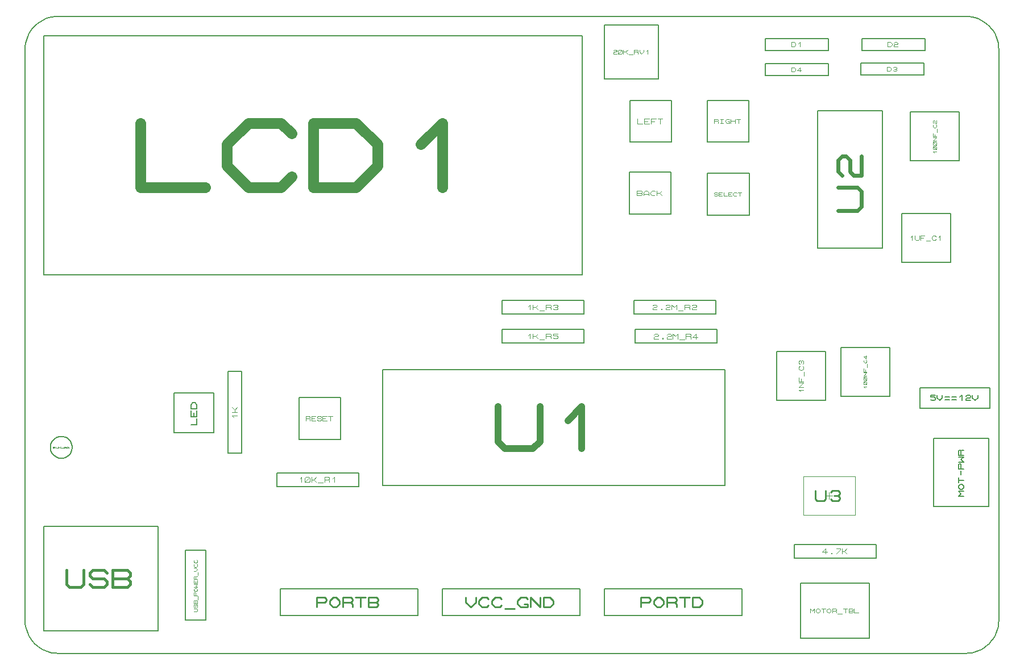
<source format=gbr>
G04 PROTEUS GERBER X2 FILE*
%TF.GenerationSoftware,Labcenter,Proteus,8.5-SP0-Build22067*%
%TF.CreationDate,2019-05-12T17:32:06+00:00*%
%TF.FileFunction,AssemblyDrawing,Top*%
%TF.FilePolarity,Positive*%
%TF.Part,Single*%
%FSLAX45Y45*%
%MOMM*%
G01*
%TA.AperFunction,Profile*%
%ADD20C,0.203200*%
%ADD38C,1.604260*%
%TA.AperFunction,Material*%
%ADD22C,0.203200*%
%ADD39C,1.036320*%
%ADD40C,0.100400*%
%ADD41C,0.121920*%
%ADD42C,0.031440*%
%ADD43C,0.080820*%
%ADD44C,0.579120*%
%ADD45C,0.102030*%
%ADD46C,0.103380*%
%ADD47C,0.088610*%
%ADD48C,0.127540*%
%ADD49C,0.103910*%
%ADD50C,0.124060*%
%ADD23C,0.152400*%
%ADD51C,0.429260*%
%ADD52C,0.106680*%
%ADD53C,0.240790*%
%ADD54C,0.132080*%
%ADD55C,0.050000*%
%ADD56C,0.258330*%
%ADD57C,0.075470*%
%ADD58C,0.147950*%
D20*
X+0Y+500000D02*
X+0Y+9000000D01*
X+14500000Y+500000D02*
X+14500000Y+9000000D01*
X+14000000Y+0D02*
X+500000Y+0D01*
X+14000000Y+9500000D02*
X+500000Y+9500000D01*
X+0Y+9000000D02*
X+2525Y+9051964D01*
X+9949Y+9102234D01*
X+22041Y+9150581D01*
X+38574Y+9196777D01*
X+59318Y+9240593D01*
X+84045Y+9281799D01*
X+112526Y+9320168D01*
X+144531Y+9355469D01*
X+179832Y+9387474D01*
X+218201Y+9415955D01*
X+259407Y+9440681D01*
X+303223Y+9461426D01*
X+349419Y+9477959D01*
X+397766Y+9490051D01*
X+448036Y+9497475D01*
X+500000Y+9500000D01*
X+14500000Y+9000000D02*
X+14497475Y+9051964D01*
X+14490051Y+9102234D01*
X+14477959Y+9150581D01*
X+14461426Y+9196777D01*
X+14440682Y+9240593D01*
X+14415955Y+9281799D01*
X+14387474Y+9320168D01*
X+14355469Y+9355469D01*
X+14320168Y+9387474D01*
X+14281799Y+9415955D01*
X+14240593Y+9440681D01*
X+14196777Y+9461426D01*
X+14150581Y+9477959D01*
X+14102234Y+9490051D01*
X+14051964Y+9497475D01*
X+14000000Y+9500000D01*
X+14500000Y+500000D02*
X+14497475Y+448036D01*
X+14490051Y+397766D01*
X+14477959Y+349419D01*
X+14461426Y+303223D01*
X+14440682Y+259407D01*
X+14415955Y+218201D01*
X+14387474Y+179832D01*
X+14355469Y+144531D01*
X+14320168Y+112526D01*
X+14281799Y+84045D01*
X+14240593Y+59319D01*
X+14196777Y+38574D01*
X+14150581Y+22041D01*
X+14102234Y+9949D01*
X+14051964Y+2525D01*
X+14000000Y+0D01*
X+0Y+500000D02*
X+2525Y+448036D01*
X+9949Y+397766D01*
X+22041Y+349419D01*
X+38574Y+303223D01*
X+59318Y+259407D01*
X+84045Y+218201D01*
X+112526Y+179832D01*
X+144531Y+144531D01*
X+179832Y+112526D01*
X+218201Y+84045D01*
X+259407Y+59319D01*
X+303223Y+38574D01*
X+349419Y+22041D01*
X+397766Y+9949D01*
X+448036Y+2525D01*
X+500000Y+0D01*
X+277060Y+5645880D02*
X+8298380Y+5645880D01*
X+8298380Y+9210040D01*
X+277060Y+9210040D01*
X+277060Y+5645880D01*
D38*
X+1720898Y+7909239D02*
X+1720898Y+6946680D01*
X+2683456Y+6946680D01*
X+3966867Y+7107107D02*
X+3806440Y+6946680D01*
X+3325161Y+6946680D01*
X+3004309Y+7267533D01*
X+3004309Y+7588386D01*
X+3325161Y+7909239D01*
X+3806440Y+7909239D01*
X+3966867Y+7748812D01*
X+4287720Y+6946680D02*
X+4287720Y+7909239D01*
X+4929425Y+7909239D01*
X+5250278Y+7588386D01*
X+5250278Y+7267533D01*
X+4929425Y+6946680D01*
X+4287720Y+6946680D01*
X+5891983Y+7588386D02*
X+6212836Y+7909239D01*
X+6212836Y+6946680D01*
D22*
X+5323840Y+2501900D02*
X+10424160Y+2501900D01*
X+10424160Y+4229100D01*
X+5323840Y+4229100D01*
X+5323840Y+2501900D01*
D39*
X+7044944Y+3676396D02*
X+7044944Y+3158236D01*
X+7148576Y+3054604D01*
X+7563104Y+3054604D01*
X+7666736Y+3158236D01*
X+7666736Y+3676396D01*
X+8081264Y+3469132D02*
X+8288528Y+3676396D01*
X+8288528Y+3054604D01*
D22*
X+8628380Y+8567140D02*
X+9431580Y+8567140D01*
X+9431580Y+9370340D01*
X+8628380Y+9370340D01*
X+8628380Y+8567140D01*
D40*
X+8758900Y+8988820D02*
X+8768940Y+8998860D01*
X+8799060Y+8998860D01*
X+8809100Y+8988820D01*
X+8809100Y+8978780D01*
X+8799060Y+8968740D01*
X+8768940Y+8968740D01*
X+8758900Y+8958700D01*
X+8758900Y+8938620D01*
X+8809100Y+8938620D01*
X+8829180Y+8948660D02*
X+8829180Y+8988820D01*
X+8839220Y+8998860D01*
X+8879380Y+8998860D01*
X+8889420Y+8988820D01*
X+8889420Y+8948660D01*
X+8879380Y+8938620D01*
X+8839220Y+8938620D01*
X+8829180Y+8948660D01*
X+8829180Y+8938620D02*
X+8889420Y+8998860D01*
X+8909500Y+8998860D02*
X+8909500Y+8938620D01*
X+8969740Y+8998860D02*
X+8939620Y+8968740D01*
X+8969740Y+8938620D01*
X+8909500Y+8968740D02*
X+8939620Y+8968740D01*
X+8989820Y+8928580D02*
X+9050060Y+8928580D01*
X+9070140Y+8938620D02*
X+9070140Y+8998860D01*
X+9120340Y+8998860D01*
X+9130380Y+8988820D01*
X+9130380Y+8978780D01*
X+9120340Y+8968740D01*
X+9070140Y+8968740D01*
X+9120340Y+8968740D02*
X+9130380Y+8958700D01*
X+9130380Y+8938620D01*
X+9150460Y+8998860D02*
X+9150460Y+8968740D01*
X+9180580Y+8938620D01*
X+9210700Y+8968740D01*
X+9210700Y+8998860D01*
X+9250860Y+8978780D02*
X+9270940Y+8998860D01*
X+9270940Y+8938620D01*
D22*
X+9067800Y+5059680D02*
X+10287000Y+5059680D01*
X+10287000Y+5262880D01*
X+9067800Y+5262880D01*
X+9067800Y+5059680D01*
D41*
X+9348216Y+5185664D02*
X+9360408Y+5197856D01*
X+9396984Y+5197856D01*
X+9409176Y+5185664D01*
X+9409176Y+5173472D01*
X+9396984Y+5161280D01*
X+9360408Y+5161280D01*
X+9348216Y+5149088D01*
X+9348216Y+5124704D01*
X+9409176Y+5124704D01*
X+9470136Y+5136896D02*
X+9482328Y+5136896D01*
X+9482328Y+5124704D01*
X+9470136Y+5124704D01*
X+9470136Y+5136896D01*
X+9543288Y+5185664D02*
X+9555480Y+5197856D01*
X+9592056Y+5197856D01*
X+9604248Y+5185664D01*
X+9604248Y+5173472D01*
X+9592056Y+5161280D01*
X+9555480Y+5161280D01*
X+9543288Y+5149088D01*
X+9543288Y+5124704D01*
X+9604248Y+5124704D01*
X+9628632Y+5124704D02*
X+9628632Y+5197856D01*
X+9665208Y+5161280D01*
X+9701784Y+5197856D01*
X+9701784Y+5124704D01*
X+9726168Y+5112512D02*
X+9799320Y+5112512D01*
X+9823704Y+5124704D02*
X+9823704Y+5197856D01*
X+9884664Y+5197856D01*
X+9896856Y+5185664D01*
X+9896856Y+5173472D01*
X+9884664Y+5161280D01*
X+9823704Y+5161280D01*
X+9884664Y+5161280D02*
X+9896856Y+5149088D01*
X+9896856Y+5124704D01*
X+9933432Y+5185664D02*
X+9945624Y+5197856D01*
X+9982200Y+5197856D01*
X+9994392Y+5185664D01*
X+9994392Y+5173472D01*
X+9982200Y+5161280D01*
X+9945624Y+5161280D01*
X+9933432Y+5149088D01*
X+9933432Y+5124704D01*
X+9994392Y+5124704D01*
D22*
X+7099300Y+5059680D02*
X+8318500Y+5059680D01*
X+8318500Y+5262880D01*
X+7099300Y+5262880D01*
X+7099300Y+5059680D01*
D41*
X+7489444Y+5173472D02*
X+7513828Y+5197856D01*
X+7513828Y+5124704D01*
X+7562596Y+5197856D02*
X+7562596Y+5124704D01*
X+7635748Y+5197856D02*
X+7599172Y+5161280D01*
X+7635748Y+5124704D01*
X+7562596Y+5161280D02*
X+7599172Y+5161280D01*
X+7660132Y+5112512D02*
X+7733284Y+5112512D01*
X+7757668Y+5124704D02*
X+7757668Y+5197856D01*
X+7818628Y+5197856D01*
X+7830820Y+5185664D01*
X+7830820Y+5173472D01*
X+7818628Y+5161280D01*
X+7757668Y+5161280D01*
X+7818628Y+5161280D02*
X+7830820Y+5149088D01*
X+7830820Y+5124704D01*
X+7867396Y+5185664D02*
X+7879588Y+5197856D01*
X+7916164Y+5197856D01*
X+7928356Y+5185664D01*
X+7928356Y+5173472D01*
X+7916164Y+5161280D01*
X+7928356Y+5149088D01*
X+7928356Y+5136896D01*
X+7916164Y+5124704D01*
X+7879588Y+5124704D01*
X+7867396Y+5136896D01*
X+7891780Y+5161280D02*
X+7916164Y+5161280D01*
D22*
X+701788Y+3071500D02*
X+701245Y+3084781D01*
X+696837Y+3111344D01*
X+687627Y+3137907D01*
X+672628Y+3164470D01*
X+649684Y+3190869D01*
X+623121Y+3210869D01*
X+596558Y+3223773D01*
X+569995Y+3231310D01*
X+543432Y+3234228D01*
X+539000Y+3234288D01*
X+376212Y+3071500D02*
X+376755Y+3084781D01*
X+381163Y+3111344D01*
X+390373Y+3137907D01*
X+405372Y+3164470D01*
X+428316Y+3190869D01*
X+454879Y+3210869D01*
X+481442Y+3223773D01*
X+508005Y+3231310D01*
X+534568Y+3234228D01*
X+539000Y+3234288D01*
X+376212Y+3071500D02*
X+376755Y+3058219D01*
X+381163Y+3031656D01*
X+390373Y+3005093D01*
X+405372Y+2978530D01*
X+428316Y+2952131D01*
X+454879Y+2932131D01*
X+481442Y+2919227D01*
X+508005Y+2911690D01*
X+534568Y+2908772D01*
X+539000Y+2908712D01*
X+701788Y+3071500D02*
X+701245Y+3058219D01*
X+696837Y+3031656D01*
X+687627Y+3005093D01*
X+672628Y+2978530D01*
X+649684Y+2952131D01*
X+623121Y+2932131D01*
X+596558Y+2919227D01*
X+569995Y+2911690D01*
X+543432Y+2908772D01*
X+539000Y+2908712D01*
D42*
X+432087Y+3080934D02*
X+416364Y+3080934D01*
X+416364Y+3074645D01*
X+428942Y+3074645D01*
X+432087Y+3071500D01*
X+432087Y+3065211D01*
X+428942Y+3062067D01*
X+419509Y+3062067D01*
X+416364Y+3065211D01*
X+438376Y+3080934D02*
X+438376Y+3071500D01*
X+447809Y+3062067D01*
X+457243Y+3071500D01*
X+457243Y+3080934D01*
X+463532Y+3058922D02*
X+482399Y+3058922D01*
X+488688Y+3062067D02*
X+488688Y+3080934D01*
X+501266Y+3080934D01*
X+507555Y+3074645D01*
X+507555Y+3068356D01*
X+501266Y+3062067D01*
X+488688Y+3062067D01*
X+532711Y+3065211D02*
X+529566Y+3062067D01*
X+520133Y+3062067D01*
X+513844Y+3068356D01*
X+513844Y+3074645D01*
X+520133Y+3080934D01*
X+529566Y+3080934D01*
X+532711Y+3077789D01*
X+539000Y+3058922D02*
X+557867Y+3058922D01*
X+564156Y+3068356D02*
X+564156Y+3065211D01*
X+567300Y+3062067D01*
X+579878Y+3062067D01*
X+583023Y+3065211D01*
X+583023Y+3080934D01*
X+589312Y+3062067D02*
X+589312Y+3074645D01*
X+595601Y+3080934D01*
X+601890Y+3080934D01*
X+608179Y+3074645D01*
X+608179Y+3062067D01*
X+589312Y+3068356D02*
X+608179Y+3068356D01*
X+633335Y+3065211D02*
X+630190Y+3062067D01*
X+620757Y+3062067D01*
X+614468Y+3068356D01*
X+614468Y+3074645D01*
X+620757Y+3080934D01*
X+630190Y+3080934D01*
X+633335Y+3077789D01*
X+639624Y+3080934D02*
X+639624Y+3062067D01*
X+658491Y+3080934D02*
X+649057Y+3071500D01*
X+658491Y+3062067D01*
X+639624Y+3071500D02*
X+649057Y+3071500D01*
D22*
X+13179567Y+7343307D02*
X+13906993Y+7343307D01*
X+13906993Y+8070733D01*
X+13179567Y+8070733D01*
X+13179567Y+7343307D01*
D43*
X+13535197Y+7464545D02*
X+13519032Y+7480710D01*
X+13567527Y+7480710D01*
X+13559445Y+7513040D02*
X+13527115Y+7513040D01*
X+13519032Y+7521122D01*
X+13519032Y+7553452D01*
X+13527115Y+7561535D01*
X+13559445Y+7561535D01*
X+13567527Y+7553452D01*
X+13567527Y+7521122D01*
X+13559445Y+7513040D01*
X+13567527Y+7513040D02*
X+13519032Y+7561535D01*
X+13559445Y+7577700D02*
X+13527115Y+7577700D01*
X+13519032Y+7585782D01*
X+13519032Y+7618112D01*
X+13527115Y+7626195D01*
X+13559445Y+7626195D01*
X+13567527Y+7618112D01*
X+13567527Y+7585782D01*
X+13559445Y+7577700D01*
X+13567527Y+7577700D02*
X+13519032Y+7626195D01*
X+13567527Y+7642360D02*
X+13519032Y+7642360D01*
X+13567527Y+7690855D01*
X+13519032Y+7690855D01*
X+13567527Y+7707020D02*
X+13519032Y+7707020D01*
X+13519032Y+7755515D01*
X+13543280Y+7707020D02*
X+13543280Y+7739350D01*
X+13575610Y+7771680D02*
X+13575610Y+7820175D01*
X+13559445Y+7884835D02*
X+13567527Y+7876752D01*
X+13567527Y+7852505D01*
X+13551362Y+7836340D01*
X+13535197Y+7836340D01*
X+13519032Y+7852505D01*
X+13519032Y+7876752D01*
X+13527115Y+7884835D01*
X+13527115Y+7909082D02*
X+13519032Y+7917165D01*
X+13519032Y+7941412D01*
X+13527115Y+7949495D01*
X+13535197Y+7949495D01*
X+13543280Y+7941412D01*
X+13543280Y+7917165D01*
X+13551362Y+7909082D01*
X+13567527Y+7909082D01*
X+13567527Y+7949495D01*
D22*
X+11798300Y+6040120D02*
X+12763500Y+6040120D01*
X+12763500Y+8092440D01*
X+11798300Y+8092440D01*
X+11798300Y+6040120D01*
D44*
X+12107164Y+6602984D02*
X+12396724Y+6602984D01*
X+12454636Y+6660896D01*
X+12454636Y+6892544D01*
X+12396724Y+6950456D01*
X+12107164Y+6950456D01*
X+12165076Y+7124192D02*
X+12107164Y+7182104D01*
X+12107164Y+7355840D01*
X+12165076Y+7413752D01*
X+12222988Y+7413752D01*
X+12280900Y+7355840D01*
X+12280900Y+7182104D01*
X+12338812Y+7124192D01*
X+12454636Y+7124192D01*
X+12454636Y+7413752D01*
D22*
X+3751580Y+2489200D02*
X+4970780Y+2489200D01*
X+4970780Y+2692400D01*
X+3751580Y+2692400D01*
X+3751580Y+2489200D01*
D41*
X+4092956Y+2602992D02*
X+4117340Y+2627376D01*
X+4117340Y+2554224D01*
X+4166108Y+2566416D02*
X+4166108Y+2615184D01*
X+4178300Y+2627376D01*
X+4227068Y+2627376D01*
X+4239260Y+2615184D01*
X+4239260Y+2566416D01*
X+4227068Y+2554224D01*
X+4178300Y+2554224D01*
X+4166108Y+2566416D01*
X+4166108Y+2554224D02*
X+4239260Y+2627376D01*
X+4263644Y+2627376D02*
X+4263644Y+2554224D01*
X+4336796Y+2627376D02*
X+4300220Y+2590800D01*
X+4336796Y+2554224D01*
X+4263644Y+2590800D02*
X+4300220Y+2590800D01*
X+4361180Y+2542032D02*
X+4434332Y+2542032D01*
X+4458716Y+2554224D02*
X+4458716Y+2627376D01*
X+4519676Y+2627376D01*
X+4531868Y+2615184D01*
X+4531868Y+2602992D01*
X+4519676Y+2590800D01*
X+4458716Y+2590800D01*
X+4519676Y+2590800D02*
X+4531868Y+2578608D01*
X+4531868Y+2554224D01*
X+4580636Y+2602992D02*
X+4605020Y+2627376D01*
X+4605020Y+2554224D01*
D22*
X+9085580Y+4625340D02*
X+10304780Y+4625340D01*
X+10304780Y+4828540D01*
X+9085580Y+4828540D01*
X+9085580Y+4625340D01*
D41*
X+9365996Y+4751324D02*
X+9378188Y+4763516D01*
X+9414764Y+4763516D01*
X+9426956Y+4751324D01*
X+9426956Y+4739132D01*
X+9414764Y+4726940D01*
X+9378188Y+4726940D01*
X+9365996Y+4714748D01*
X+9365996Y+4690364D01*
X+9426956Y+4690364D01*
X+9487916Y+4702556D02*
X+9500108Y+4702556D01*
X+9500108Y+4690364D01*
X+9487916Y+4690364D01*
X+9487916Y+4702556D01*
X+9561068Y+4751324D02*
X+9573260Y+4763516D01*
X+9609836Y+4763516D01*
X+9622028Y+4751324D01*
X+9622028Y+4739132D01*
X+9609836Y+4726940D01*
X+9573260Y+4726940D01*
X+9561068Y+4714748D01*
X+9561068Y+4690364D01*
X+9622028Y+4690364D01*
X+9646412Y+4690364D02*
X+9646412Y+4763516D01*
X+9682988Y+4726940D01*
X+9719564Y+4763516D01*
X+9719564Y+4690364D01*
X+9743948Y+4678172D02*
X+9817100Y+4678172D01*
X+9841484Y+4690364D02*
X+9841484Y+4763516D01*
X+9902444Y+4763516D01*
X+9914636Y+4751324D01*
X+9914636Y+4739132D01*
X+9902444Y+4726940D01*
X+9841484Y+4726940D01*
X+9902444Y+4726940D02*
X+9914636Y+4714748D01*
X+9914636Y+4690364D01*
X+10012172Y+4714748D02*
X+9939020Y+4714748D01*
X+9987788Y+4763516D01*
X+9987788Y+4690364D01*
D22*
X+7099300Y+4627880D02*
X+8318500Y+4627880D01*
X+8318500Y+4831080D01*
X+7099300Y+4831080D01*
X+7099300Y+4627880D01*
D41*
X+7489444Y+4741672D02*
X+7513828Y+4766056D01*
X+7513828Y+4692904D01*
X+7562596Y+4766056D02*
X+7562596Y+4692904D01*
X+7635748Y+4766056D02*
X+7599172Y+4729480D01*
X+7635748Y+4692904D01*
X+7562596Y+4729480D02*
X+7599172Y+4729480D01*
X+7660132Y+4680712D02*
X+7733284Y+4680712D01*
X+7757668Y+4692904D02*
X+7757668Y+4766056D01*
X+7818628Y+4766056D01*
X+7830820Y+4753864D01*
X+7830820Y+4741672D01*
X+7818628Y+4729480D01*
X+7757668Y+4729480D01*
X+7818628Y+4729480D02*
X+7830820Y+4717288D01*
X+7830820Y+4692904D01*
X+7928356Y+4766056D02*
X+7867396Y+4766056D01*
X+7867396Y+4741672D01*
X+7916164Y+4741672D01*
X+7928356Y+4729480D01*
X+7928356Y+4705096D01*
X+7916164Y+4692904D01*
X+7879588Y+4692904D01*
X+7867396Y+4705096D01*
D22*
X+11550840Y+224840D02*
X+12571160Y+224840D01*
X+12571160Y+1045160D01*
X+11550840Y+1045160D01*
X+11550840Y+224840D01*
D45*
X+11693688Y+604390D02*
X+11693688Y+665609D01*
X+11724297Y+635000D01*
X+11754906Y+665609D01*
X+11754906Y+604390D01*
X+11775313Y+645203D02*
X+11795719Y+665609D01*
X+11816125Y+665609D01*
X+11836531Y+645203D01*
X+11836531Y+624796D01*
X+11816125Y+604390D01*
X+11795719Y+604390D01*
X+11775313Y+624796D01*
X+11775313Y+645203D01*
X+11856938Y+665609D02*
X+11918156Y+665609D01*
X+11887547Y+665609D02*
X+11887547Y+604390D01*
X+11938563Y+645203D02*
X+11958969Y+665609D01*
X+11979375Y+665609D01*
X+11999781Y+645203D01*
X+11999781Y+624796D01*
X+11979375Y+604390D01*
X+11958969Y+604390D01*
X+11938563Y+624796D01*
X+11938563Y+645203D01*
X+12020188Y+604390D02*
X+12020188Y+665609D01*
X+12071203Y+665609D01*
X+12081406Y+655406D01*
X+12081406Y+645203D01*
X+12071203Y+635000D01*
X+12020188Y+635000D01*
X+12071203Y+635000D02*
X+12081406Y+624796D01*
X+12081406Y+604390D01*
X+12101813Y+594187D02*
X+12163031Y+594187D01*
X+12183438Y+665609D02*
X+12244656Y+665609D01*
X+12214047Y+665609D02*
X+12214047Y+604390D01*
X+12265063Y+604390D02*
X+12265063Y+665609D01*
X+12316078Y+665609D01*
X+12326281Y+655406D01*
X+12326281Y+645203D01*
X+12316078Y+635000D01*
X+12326281Y+624796D01*
X+12326281Y+614593D01*
X+12316078Y+604390D01*
X+12265063Y+604390D01*
X+12265063Y+635000D02*
X+12316078Y+635000D01*
X+12346688Y+665609D02*
X+12346688Y+604390D01*
X+12407906Y+604390D01*
D22*
X+4079620Y+3192500D02*
X+4699940Y+3192500D01*
X+4699940Y+3812820D01*
X+4079620Y+3812820D01*
X+4079620Y+3192500D01*
D46*
X+4183010Y+3471644D02*
X+4183010Y+3533675D01*
X+4234702Y+3533675D01*
X+4245041Y+3523337D01*
X+4245041Y+3512998D01*
X+4234702Y+3502660D01*
X+4183010Y+3502660D01*
X+4234702Y+3502660D02*
X+4245041Y+3492321D01*
X+4245041Y+3471644D01*
X+4327749Y+3471644D02*
X+4265718Y+3471644D01*
X+4265718Y+3533675D01*
X+4327749Y+3533675D01*
X+4265718Y+3502660D02*
X+4307072Y+3502660D01*
X+4348426Y+3481982D02*
X+4358764Y+3471644D01*
X+4400118Y+3471644D01*
X+4410457Y+3481982D01*
X+4410457Y+3492321D01*
X+4400118Y+3502660D01*
X+4358764Y+3502660D01*
X+4348426Y+3512998D01*
X+4348426Y+3523337D01*
X+4358764Y+3533675D01*
X+4400118Y+3533675D01*
X+4410457Y+3523337D01*
X+4493165Y+3471644D02*
X+4431134Y+3471644D01*
X+4431134Y+3533675D01*
X+4493165Y+3533675D01*
X+4431134Y+3502660D02*
X+4472488Y+3502660D01*
X+4513842Y+3533675D02*
X+4575873Y+3533675D01*
X+4544857Y+3533675D02*
X+4544857Y+3471644D01*
D22*
X+10161700Y+6537680D02*
X+10782020Y+6537680D01*
X+10782020Y+7158000D01*
X+10161700Y+7158000D01*
X+10161700Y+6537680D01*
D47*
X+10259181Y+6830117D02*
X+10268042Y+6821255D01*
X+10303489Y+6821255D01*
X+10312350Y+6830117D01*
X+10312350Y+6838978D01*
X+10303489Y+6847840D01*
X+10268042Y+6847840D01*
X+10259181Y+6856702D01*
X+10259181Y+6865563D01*
X+10268042Y+6874425D01*
X+10303489Y+6874425D01*
X+10312350Y+6865563D01*
X+10383243Y+6821255D02*
X+10330074Y+6821255D01*
X+10330074Y+6874425D01*
X+10383243Y+6874425D01*
X+10330074Y+6847840D02*
X+10365520Y+6847840D01*
X+10400967Y+6874425D02*
X+10400967Y+6821255D01*
X+10454136Y+6821255D01*
X+10525029Y+6821255D02*
X+10471860Y+6821255D01*
X+10471860Y+6874425D01*
X+10525029Y+6874425D01*
X+10471860Y+6847840D02*
X+10507306Y+6847840D01*
X+10595922Y+6830117D02*
X+10587061Y+6821255D01*
X+10560476Y+6821255D01*
X+10542753Y+6838978D01*
X+10542753Y+6856702D01*
X+10560476Y+6874425D01*
X+10587061Y+6874425D01*
X+10595922Y+6865563D01*
X+10613646Y+6874425D02*
X+10666815Y+6874425D01*
X+10640230Y+6874425D02*
X+10640230Y+6821255D01*
D22*
X+13529360Y+2188400D02*
X+14349680Y+2188400D01*
X+14349680Y+3208720D01*
X+13529360Y+3208720D01*
X+13529360Y+2188400D01*
D48*
X+13977782Y+2341448D02*
X+13901258Y+2341448D01*
X+13939520Y+2379710D01*
X+13901258Y+2417972D01*
X+13977782Y+2417972D01*
X+13926766Y+2443480D02*
X+13901258Y+2468988D01*
X+13901258Y+2494496D01*
X+13926766Y+2520004D01*
X+13952274Y+2520004D01*
X+13977782Y+2494496D01*
X+13977782Y+2468988D01*
X+13952274Y+2443480D01*
X+13926766Y+2443480D01*
X+13901258Y+2545512D02*
X+13901258Y+2622036D01*
X+13901258Y+2583774D02*
X+13977782Y+2583774D01*
X+13939520Y+2660298D02*
X+13939520Y+2724068D01*
X+13977782Y+2749576D02*
X+13901258Y+2749576D01*
X+13901258Y+2813346D01*
X+13914012Y+2826100D01*
X+13926766Y+2826100D01*
X+13939520Y+2813346D01*
X+13939520Y+2749576D01*
X+13901258Y+2851608D02*
X+13977782Y+2851608D01*
X+13939520Y+2889870D01*
X+13977782Y+2928132D01*
X+13901258Y+2928132D01*
X+13977782Y+2953640D02*
X+13901258Y+2953640D01*
X+13901258Y+3017410D01*
X+13914012Y+3030164D01*
X+13926766Y+3030164D01*
X+13939520Y+3017410D01*
X+13939520Y+2953640D01*
X+13939520Y+3017410D02*
X+13952274Y+3030164D01*
X+13977782Y+3030164D01*
D22*
X+13054547Y+5831347D02*
X+13781973Y+5831347D01*
X+13781973Y+6558773D01*
X+13054547Y+6558773D01*
X+13054547Y+5831347D01*
D49*
X+13189641Y+6205451D02*
X+13210425Y+6226235D01*
X+13210425Y+6163884D01*
X+13251992Y+6226235D02*
X+13251992Y+6174276D01*
X+13262383Y+6163884D01*
X+13303950Y+6163884D01*
X+13314342Y+6174276D01*
X+13314342Y+6226235D01*
X+13335126Y+6163884D02*
X+13335126Y+6226235D01*
X+13397476Y+6226235D01*
X+13335126Y+6195060D02*
X+13376693Y+6195060D01*
X+13418260Y+6153492D02*
X+13480610Y+6153492D01*
X+13563744Y+6174276D02*
X+13553352Y+6163884D01*
X+13522177Y+6163884D01*
X+13501394Y+6184668D01*
X+13501394Y+6205451D01*
X+13522177Y+6226235D01*
X+13553352Y+6226235D01*
X+13563744Y+6215843D01*
X+13605311Y+6205451D02*
X+13626095Y+6226235D01*
X+13626095Y+6163884D01*
D22*
X+8999500Y+6552920D02*
X+9619820Y+6552920D01*
X+9619820Y+7173240D01*
X+8999500Y+7173240D01*
X+8999500Y+6552920D01*
D50*
X+9111158Y+6825860D02*
X+9111158Y+6900299D01*
X+9173189Y+6900299D01*
X+9185596Y+6887892D01*
X+9185596Y+6875486D01*
X+9173189Y+6863080D01*
X+9185596Y+6850673D01*
X+9185596Y+6838267D01*
X+9173189Y+6825860D01*
X+9111158Y+6825860D01*
X+9111158Y+6863080D02*
X+9173189Y+6863080D01*
X+9210409Y+6825860D02*
X+9210409Y+6875486D01*
X+9235221Y+6900299D01*
X+9260034Y+6900299D01*
X+9284847Y+6875486D01*
X+9284847Y+6825860D01*
X+9210409Y+6850673D02*
X+9284847Y+6850673D01*
X+9384098Y+6838267D02*
X+9371691Y+6825860D01*
X+9334472Y+6825860D01*
X+9309660Y+6850673D01*
X+9309660Y+6875486D01*
X+9334472Y+6900299D01*
X+9371691Y+6900299D01*
X+9384098Y+6887892D01*
X+9408911Y+6900299D02*
X+9408911Y+6825860D01*
X+9483349Y+6900299D02*
X+9446130Y+6863080D01*
X+9483349Y+6825860D01*
X+9408911Y+6863080D02*
X+9446130Y+6863080D01*
D22*
X+9009760Y+7622260D02*
X+9630080Y+7622260D01*
X+9630080Y+8242580D01*
X+9009760Y+8242580D01*
X+9009760Y+7622260D01*
D50*
X+9121418Y+7969639D02*
X+9121418Y+7895200D01*
X+9195856Y+7895200D01*
X+9295107Y+7895200D02*
X+9220669Y+7895200D01*
X+9220669Y+7969639D01*
X+9295107Y+7969639D01*
X+9220669Y+7932420D02*
X+9270294Y+7932420D01*
X+9319920Y+7895200D02*
X+9319920Y+7969639D01*
X+9394358Y+7969639D01*
X+9319920Y+7932420D02*
X+9369545Y+7932420D01*
X+9419171Y+7969639D02*
X+9493609Y+7969639D01*
X+9456390Y+7969639D02*
X+9456390Y+7895200D01*
D22*
X+10157840Y+7627340D02*
X+10778160Y+7627340D01*
X+10778160Y+8247660D01*
X+10157840Y+8247660D01*
X+10157840Y+7627340D01*
D46*
X+10261230Y+7906484D02*
X+10261230Y+7968515D01*
X+10312922Y+7968515D01*
X+10323261Y+7958177D01*
X+10323261Y+7947838D01*
X+10312922Y+7937500D01*
X+10261230Y+7937500D01*
X+10312922Y+7937500D02*
X+10323261Y+7927161D01*
X+10323261Y+7906484D01*
X+10354276Y+7968515D02*
X+10395630Y+7968515D01*
X+10374953Y+7968515D02*
X+10374953Y+7906484D01*
X+10354276Y+7906484D02*
X+10395630Y+7906484D01*
X+10468000Y+7927161D02*
X+10488677Y+7927161D01*
X+10488677Y+7906484D01*
X+10447323Y+7906484D01*
X+10426646Y+7927161D01*
X+10426646Y+7947838D01*
X+10447323Y+7968515D01*
X+10478338Y+7968515D01*
X+10488677Y+7958177D01*
X+10509354Y+7906484D02*
X+10509354Y+7968515D01*
X+10571385Y+7968515D02*
X+10571385Y+7906484D01*
X+10509354Y+7937500D02*
X+10571385Y+7937500D01*
X+10592062Y+7968515D02*
X+10654093Y+7968515D01*
X+10623077Y+7968515D02*
X+10623077Y+7906484D01*
D23*
X+1983740Y+332740D02*
X+1983740Y+1892300D01*
X+281940Y+1892300D01*
X+281940Y+332740D01*
X+1983740Y+332740D02*
X+281940Y+332740D01*
X+281940Y+1892300D01*
X+1983740Y+1892300D01*
X+1983740Y+332740D01*
X+281940Y+332740D01*
D51*
X+617728Y+1241298D02*
X+617728Y+1026668D01*
X+660654Y+983742D01*
X+832358Y+983742D01*
X+875284Y+1026668D01*
X+875284Y+1241298D01*
X+961136Y+1026668D02*
X+1004062Y+983742D01*
X+1175766Y+983742D01*
X+1218692Y+1026668D01*
X+1218692Y+1069594D01*
X+1175766Y+1112520D01*
X+1004062Y+1112520D01*
X+961136Y+1155446D01*
X+961136Y+1198372D01*
X+1004062Y+1241298D01*
X+1175766Y+1241298D01*
X+1218692Y+1198372D01*
X+1304544Y+983742D02*
X+1304544Y+1241298D01*
X+1519174Y+1241298D01*
X+1562100Y+1198372D01*
X+1562100Y+1155446D01*
X+1519174Y+1112520D01*
X+1562100Y+1069594D01*
X+1562100Y+1026668D01*
X+1519174Y+983742D01*
X+1304544Y+983742D01*
X+1304544Y+1112520D02*
X+1519174Y+1112520D01*
D22*
X+11193287Y+3773287D02*
X+11920713Y+3773287D01*
X+11920713Y+4500713D01*
X+11193287Y+4500713D01*
X+11193287Y+3773287D01*
D49*
X+11546609Y+3908381D02*
X+11525825Y+3929165D01*
X+11588176Y+3929165D01*
X+11588176Y+3970732D02*
X+11525825Y+3970732D01*
X+11588176Y+4033082D01*
X+11525825Y+4033082D01*
X+11588176Y+4053866D02*
X+11525825Y+4053866D01*
X+11525825Y+4116216D01*
X+11557000Y+4053866D02*
X+11557000Y+4095433D01*
X+11598568Y+4137000D02*
X+11598568Y+4199350D01*
X+11577784Y+4282484D02*
X+11588176Y+4272092D01*
X+11588176Y+4240917D01*
X+11567392Y+4220134D01*
X+11546609Y+4220134D01*
X+11525825Y+4240917D01*
X+11525825Y+4272092D01*
X+11536217Y+4282484D01*
X+11536217Y+4313659D02*
X+11525825Y+4324051D01*
X+11525825Y+4355226D01*
X+11536217Y+4365618D01*
X+11546609Y+4365618D01*
X+11557000Y+4355226D01*
X+11567392Y+4365618D01*
X+11577784Y+4365618D01*
X+11588176Y+4355226D01*
X+11588176Y+4324051D01*
X+11577784Y+4313659D01*
X+11557000Y+4334443D02*
X+11557000Y+4355226D01*
D22*
X+12145787Y+3836787D02*
X+12873213Y+3836787D01*
X+12873213Y+4564213D01*
X+12145787Y+4564213D01*
X+12145787Y+3836787D01*
D43*
X+12501417Y+3958025D02*
X+12485252Y+3974190D01*
X+12533747Y+3974190D01*
X+12525665Y+4006520D02*
X+12493335Y+4006520D01*
X+12485252Y+4014602D01*
X+12485252Y+4046932D01*
X+12493335Y+4055015D01*
X+12525665Y+4055015D01*
X+12533747Y+4046932D01*
X+12533747Y+4014602D01*
X+12525665Y+4006520D01*
X+12533747Y+4006520D02*
X+12485252Y+4055015D01*
X+12525665Y+4071180D02*
X+12493335Y+4071180D01*
X+12485252Y+4079262D01*
X+12485252Y+4111592D01*
X+12493335Y+4119675D01*
X+12525665Y+4119675D01*
X+12533747Y+4111592D01*
X+12533747Y+4079262D01*
X+12525665Y+4071180D01*
X+12533747Y+4071180D02*
X+12485252Y+4119675D01*
X+12533747Y+4135840D02*
X+12485252Y+4135840D01*
X+12533747Y+4184335D01*
X+12485252Y+4184335D01*
X+12533747Y+4200500D02*
X+12485252Y+4200500D01*
X+12485252Y+4248995D01*
X+12509500Y+4200500D02*
X+12509500Y+4232830D01*
X+12541830Y+4265160D02*
X+12541830Y+4313655D01*
X+12525665Y+4378315D02*
X+12533747Y+4370232D01*
X+12533747Y+4345985D01*
X+12517582Y+4329820D01*
X+12501417Y+4329820D01*
X+12485252Y+4345985D01*
X+12485252Y+4370232D01*
X+12493335Y+4378315D01*
X+12517582Y+4442975D02*
X+12517582Y+4394480D01*
X+12485252Y+4426810D01*
X+12533747Y+4426810D01*
D22*
X+11023600Y+8991600D02*
X+11963400Y+8991600D01*
X+11963400Y+9169400D01*
X+11023600Y+9169400D01*
X+11023600Y+8991600D01*
D52*
X+11408156Y+9048496D02*
X+11408156Y+9112504D01*
X+11450828Y+9112504D01*
X+11472164Y+9091168D01*
X+11472164Y+9069832D01*
X+11450828Y+9048496D01*
X+11408156Y+9048496D01*
X+11514836Y+9091168D02*
X+11536172Y+9112504D01*
X+11536172Y+9048496D01*
D22*
X+12458700Y+8991600D02*
X+13398500Y+8991600D01*
X+13398500Y+9169400D01*
X+12458700Y+9169400D01*
X+12458700Y+8991600D01*
D52*
X+12843256Y+9048496D02*
X+12843256Y+9112504D01*
X+12885928Y+9112504D01*
X+12907264Y+9091168D01*
X+12907264Y+9069832D01*
X+12885928Y+9048496D01*
X+12843256Y+9048496D01*
X+12939268Y+9101836D02*
X+12949936Y+9112504D01*
X+12981940Y+9112504D01*
X+12992608Y+9101836D01*
X+12992608Y+9091168D01*
X+12981940Y+9080500D01*
X+12949936Y+9080500D01*
X+12939268Y+9069832D01*
X+12939268Y+9048496D01*
X+12992608Y+9048496D01*
D22*
X+12446000Y+8623300D02*
X+13385800Y+8623300D01*
X+13385800Y+8801100D01*
X+12446000Y+8801100D01*
X+12446000Y+8623300D01*
D52*
X+12830556Y+8680196D02*
X+12830556Y+8744204D01*
X+12873228Y+8744204D01*
X+12894564Y+8722868D01*
X+12894564Y+8701532D01*
X+12873228Y+8680196D01*
X+12830556Y+8680196D01*
X+12926568Y+8733536D02*
X+12937236Y+8744204D01*
X+12969240Y+8744204D01*
X+12979908Y+8733536D01*
X+12979908Y+8722868D01*
X+12969240Y+8712200D01*
X+12979908Y+8701532D01*
X+12979908Y+8690864D01*
X+12969240Y+8680196D01*
X+12937236Y+8680196D01*
X+12926568Y+8690864D01*
X+12947904Y+8712200D02*
X+12969240Y+8712200D01*
D22*
X+11023600Y+8615680D02*
X+11963400Y+8615680D01*
X+11963400Y+8793480D01*
X+11023600Y+8793480D01*
X+11023600Y+8615680D01*
D52*
X+11408156Y+8672576D02*
X+11408156Y+8736584D01*
X+11450828Y+8736584D01*
X+11472164Y+8715248D01*
X+11472164Y+8693912D01*
X+11450828Y+8672576D01*
X+11408156Y+8672576D01*
X+11557508Y+8693912D02*
X+11493500Y+8693912D01*
X+11536172Y+8736584D01*
X+11536172Y+8672576D01*
D22*
X+6212840Y+561340D02*
X+8265160Y+561340D01*
X+8265160Y+962660D01*
X+6212840Y+962660D01*
X+6212840Y+561340D01*
D53*
X+6564785Y+834237D02*
X+6564785Y+762000D01*
X+6637022Y+689762D01*
X+6709259Y+762000D01*
X+6709259Y+834237D01*
X+6901892Y+713841D02*
X+6877813Y+689762D01*
X+6805576Y+689762D01*
X+6757418Y+737920D01*
X+6757418Y+786079D01*
X+6805576Y+834237D01*
X+6877813Y+834237D01*
X+6901892Y+810158D01*
X+7094525Y+713841D02*
X+7070446Y+689762D01*
X+6998209Y+689762D01*
X+6950051Y+737920D01*
X+6950051Y+786079D01*
X+6998209Y+834237D01*
X+7070446Y+834237D01*
X+7094525Y+810158D01*
X+7142684Y+665683D02*
X+7287158Y+665683D01*
X+7431633Y+737920D02*
X+7479791Y+737920D01*
X+7479791Y+689762D01*
X+7383475Y+689762D01*
X+7335317Y+737920D01*
X+7335317Y+786079D01*
X+7383475Y+834237D01*
X+7455712Y+834237D01*
X+7479791Y+810158D01*
X+7527950Y+689762D02*
X+7527950Y+834237D01*
X+7672424Y+689762D01*
X+7672424Y+834237D01*
X+7720583Y+689762D02*
X+7720583Y+834237D01*
X+7816899Y+834237D01*
X+7865057Y+786079D01*
X+7865057Y+737920D01*
X+7816899Y+689762D01*
X+7720583Y+689762D01*
D22*
X+8625840Y+561340D02*
X+10678160Y+561340D01*
X+10678160Y+962660D01*
X+8625840Y+962660D01*
X+8625840Y+561340D01*
D53*
X+9170418Y+689762D02*
X+9170418Y+834237D01*
X+9290813Y+834237D01*
X+9314892Y+810158D01*
X+9314892Y+786079D01*
X+9290813Y+762000D01*
X+9170418Y+762000D01*
X+9363051Y+786079D02*
X+9411209Y+834237D01*
X+9459367Y+834237D01*
X+9507525Y+786079D01*
X+9507525Y+737920D01*
X+9459367Y+689762D01*
X+9411209Y+689762D01*
X+9363051Y+737920D01*
X+9363051Y+786079D01*
X+9555684Y+689762D02*
X+9555684Y+834237D01*
X+9676079Y+834237D01*
X+9700158Y+810158D01*
X+9700158Y+786079D01*
X+9676079Y+762000D01*
X+9555684Y+762000D01*
X+9676079Y+762000D02*
X+9700158Y+737920D01*
X+9700158Y+689762D01*
X+9748317Y+834237D02*
X+9892791Y+834237D01*
X+9820554Y+834237D02*
X+9820554Y+689762D01*
X+9940950Y+689762D02*
X+9940950Y+834237D01*
X+10037266Y+834237D01*
X+10085424Y+786079D01*
X+10085424Y+737920D01*
X+10037266Y+689762D01*
X+9940950Y+689762D01*
D22*
X+3799840Y+561340D02*
X+5852160Y+561340D01*
X+5852160Y+962660D01*
X+3799840Y+962660D01*
X+3799840Y+561340D01*
D53*
X+4344418Y+689762D02*
X+4344418Y+834237D01*
X+4464813Y+834237D01*
X+4488892Y+810158D01*
X+4488892Y+786079D01*
X+4464813Y+762000D01*
X+4344418Y+762000D01*
X+4537051Y+786079D02*
X+4585209Y+834237D01*
X+4633367Y+834237D01*
X+4681525Y+786079D01*
X+4681525Y+737920D01*
X+4633367Y+689762D01*
X+4585209Y+689762D01*
X+4537051Y+737920D01*
X+4537051Y+786079D01*
X+4729684Y+689762D02*
X+4729684Y+834237D01*
X+4850079Y+834237D01*
X+4874158Y+810158D01*
X+4874158Y+786079D01*
X+4850079Y+762000D01*
X+4729684Y+762000D01*
X+4850079Y+762000D02*
X+4874158Y+737920D01*
X+4874158Y+689762D01*
X+4922317Y+834237D02*
X+5066791Y+834237D01*
X+4994554Y+834237D02*
X+4994554Y+689762D01*
X+5114950Y+689762D02*
X+5114950Y+834237D01*
X+5235345Y+834237D01*
X+5259424Y+810158D01*
X+5259424Y+786079D01*
X+5235345Y+762000D01*
X+5259424Y+737920D01*
X+5259424Y+713841D01*
X+5235345Y+689762D01*
X+5114950Y+689762D01*
X+5114950Y+762000D02*
X+5235345Y+762000D01*
D23*
X+14363700Y+3657600D02*
X+14363700Y+3962400D01*
X+13322300Y+3962400D01*
X+13322300Y+3657600D01*
X+14363700Y+3657600D01*
X+14363700Y+3962400D01*
X+13322300Y+3962400D01*
X+13322300Y+3657600D01*
X+14363700Y+3657600D01*
D54*
X+13552424Y+3849624D02*
X+13486384Y+3849624D01*
X+13486384Y+3823208D01*
X+13539216Y+3823208D01*
X+13552424Y+3810000D01*
X+13552424Y+3783584D01*
X+13539216Y+3770376D01*
X+13499592Y+3770376D01*
X+13486384Y+3783584D01*
X+13578840Y+3849624D02*
X+13578840Y+3810000D01*
X+13618464Y+3770376D01*
X+13658088Y+3810000D01*
X+13658088Y+3849624D01*
X+13697712Y+3823208D02*
X+13763752Y+3823208D01*
X+13697712Y+3783584D02*
X+13763752Y+3783584D01*
X+13803376Y+3823208D02*
X+13869416Y+3823208D01*
X+13803376Y+3783584D02*
X+13869416Y+3783584D01*
X+13922248Y+3823208D02*
X+13948664Y+3849624D01*
X+13948664Y+3770376D01*
X+14014704Y+3836416D02*
X+14027912Y+3849624D01*
X+14067536Y+3849624D01*
X+14080744Y+3836416D01*
X+14080744Y+3823208D01*
X+14067536Y+3810000D01*
X+14027912Y+3810000D01*
X+14014704Y+3796792D01*
X+14014704Y+3770376D01*
X+14080744Y+3770376D01*
X+14107160Y+3849624D02*
X+14107160Y+3810000D01*
X+14146784Y+3770376D01*
X+14186408Y+3810000D01*
X+14186408Y+3849624D01*
D55*
X+11589000Y+2059500D02*
X+12359000Y+2059500D01*
X+12359000Y+2639500D01*
X+11589000Y+2639500D01*
X+11589000Y+2059500D01*
X+11974000Y+2399500D02*
X+11974000Y+2299500D01*
X+12024000Y+2349500D02*
X+11924000Y+2349500D01*
D56*
X+11767334Y+2427000D02*
X+11767334Y+2297833D01*
X+11793167Y+2272000D01*
X+11896500Y+2272000D01*
X+11922333Y+2297833D01*
X+11922333Y+2427000D01*
X+11999833Y+2401167D02*
X+12025666Y+2427000D01*
X+12103166Y+2427000D01*
X+12128999Y+2401167D01*
X+12128999Y+2375333D01*
X+12103166Y+2349500D01*
X+12128999Y+2323667D01*
X+12128999Y+2297833D01*
X+12103166Y+2272000D01*
X+12025666Y+2272000D01*
X+11999833Y+2297833D01*
X+12051499Y+2349500D02*
X+12103166Y+2349500D01*
D23*
X+2692400Y+1536700D02*
X+2387600Y+1536700D01*
X+2387600Y+495300D01*
X+2692400Y+495300D01*
X+2692400Y+1536700D01*
X+2387600Y+1536700D01*
X+2387600Y+495300D01*
X+2692400Y+495300D01*
X+2692400Y+1536700D01*
D57*
X+2517358Y+623537D02*
X+2555095Y+623537D01*
X+2562643Y+631084D01*
X+2562643Y+661273D01*
X+2555095Y+668821D01*
X+2517358Y+668821D01*
X+2555095Y+683916D02*
X+2562643Y+691463D01*
X+2562643Y+721652D01*
X+2555095Y+729200D01*
X+2547548Y+729200D01*
X+2540000Y+721652D01*
X+2540000Y+691463D01*
X+2532453Y+683916D01*
X+2524906Y+683916D01*
X+2517358Y+691463D01*
X+2517358Y+721652D01*
X+2524906Y+729200D01*
X+2562643Y+744295D02*
X+2517358Y+744295D01*
X+2517358Y+782031D01*
X+2524906Y+789579D01*
X+2532453Y+789579D01*
X+2540000Y+782031D01*
X+2547548Y+789579D01*
X+2555095Y+789579D01*
X+2562643Y+782031D01*
X+2562643Y+744295D01*
X+2540000Y+744295D02*
X+2540000Y+782031D01*
X+2570190Y+804674D02*
X+2570190Y+849958D01*
X+2562643Y+865053D02*
X+2517358Y+865053D01*
X+2517358Y+902789D01*
X+2524906Y+910337D01*
X+2532453Y+910337D01*
X+2540000Y+902789D01*
X+2540000Y+865053D01*
X+2532453Y+925432D02*
X+2517358Y+940526D01*
X+2517358Y+955621D01*
X+2532453Y+970716D01*
X+2547548Y+970716D01*
X+2562643Y+955621D01*
X+2562643Y+940526D01*
X+2547548Y+925432D01*
X+2532453Y+925432D01*
X+2517358Y+985811D02*
X+2562643Y+985811D01*
X+2540000Y+1008453D01*
X+2562643Y+1031095D01*
X+2517358Y+1031095D01*
X+2562643Y+1091474D02*
X+2562643Y+1046190D01*
X+2517358Y+1046190D01*
X+2517358Y+1091474D01*
X+2540000Y+1046190D02*
X+2540000Y+1076379D01*
X+2562643Y+1106569D02*
X+2517358Y+1106569D01*
X+2517358Y+1144305D01*
X+2524906Y+1151853D01*
X+2532453Y+1151853D01*
X+2540000Y+1144305D01*
X+2540000Y+1106569D01*
X+2540000Y+1144305D02*
X+2547548Y+1151853D01*
X+2562643Y+1151853D01*
X+2570190Y+1166948D02*
X+2570190Y+1212232D01*
X+2517358Y+1227327D02*
X+2540000Y+1227327D01*
X+2562643Y+1249969D01*
X+2540000Y+1272611D01*
X+2517358Y+1272611D01*
X+2555095Y+1332990D02*
X+2562643Y+1325442D01*
X+2562643Y+1302800D01*
X+2547548Y+1287706D01*
X+2532453Y+1287706D01*
X+2517358Y+1302800D01*
X+2517358Y+1325442D01*
X+2524906Y+1332990D01*
X+2555095Y+1393369D02*
X+2562643Y+1385821D01*
X+2562643Y+1363179D01*
X+2547548Y+1348085D01*
X+2532453Y+1348085D01*
X+2517358Y+1363179D01*
X+2517358Y+1385821D01*
X+2524906Y+1393369D01*
D22*
X+11455400Y+1422400D02*
X+12674600Y+1422400D01*
X+12674600Y+1625600D01*
X+11455400Y+1625600D01*
X+11455400Y+1422400D01*
D41*
X+11943080Y+1511808D02*
X+11869928Y+1511808D01*
X+11918696Y+1560576D01*
X+11918696Y+1487424D01*
X+12004040Y+1499616D02*
X+12016232Y+1499616D01*
X+12016232Y+1487424D01*
X+12004040Y+1487424D01*
X+12004040Y+1499616D01*
X+12077192Y+1560576D02*
X+12138152Y+1560576D01*
X+12138152Y+1548384D01*
X+12077192Y+1487424D01*
X+12162536Y+1560576D02*
X+12162536Y+1487424D01*
X+12235688Y+1560576D02*
X+12199112Y+1524000D01*
X+12235688Y+1487424D01*
X+12162536Y+1524000D02*
X+12199112Y+1524000D01*
D22*
X+2219960Y+3291840D02*
X+2811780Y+3291840D01*
X+2811780Y+3883660D01*
X+2219960Y+3883660D01*
X+2219960Y+3291840D01*
D58*
X+2471483Y+3410204D02*
X+2560256Y+3410204D01*
X+2560256Y+3498977D01*
X+2560256Y+3617341D02*
X+2560256Y+3528568D01*
X+2471483Y+3528568D01*
X+2471483Y+3617341D01*
X+2515870Y+3528568D02*
X+2515870Y+3587750D01*
X+2560256Y+3646932D02*
X+2471483Y+3646932D01*
X+2471483Y+3706114D01*
X+2501074Y+3735705D01*
X+2530665Y+3735705D01*
X+2560256Y+3706114D01*
X+2560256Y+3646932D01*
D22*
X+3020060Y+2987040D02*
X+3223260Y+2987040D01*
X+3223260Y+4206240D01*
X+3020060Y+4206240D01*
X+3020060Y+2987040D01*
D41*
X+3109468Y+3523488D02*
X+3085084Y+3547872D01*
X+3158236Y+3547872D01*
X+3085084Y+3596640D02*
X+3158236Y+3596640D01*
X+3085084Y+3669792D02*
X+3121660Y+3633216D01*
X+3158236Y+3669792D01*
X+3121660Y+3596640D02*
X+3121660Y+3633216D01*
M02*

</source>
